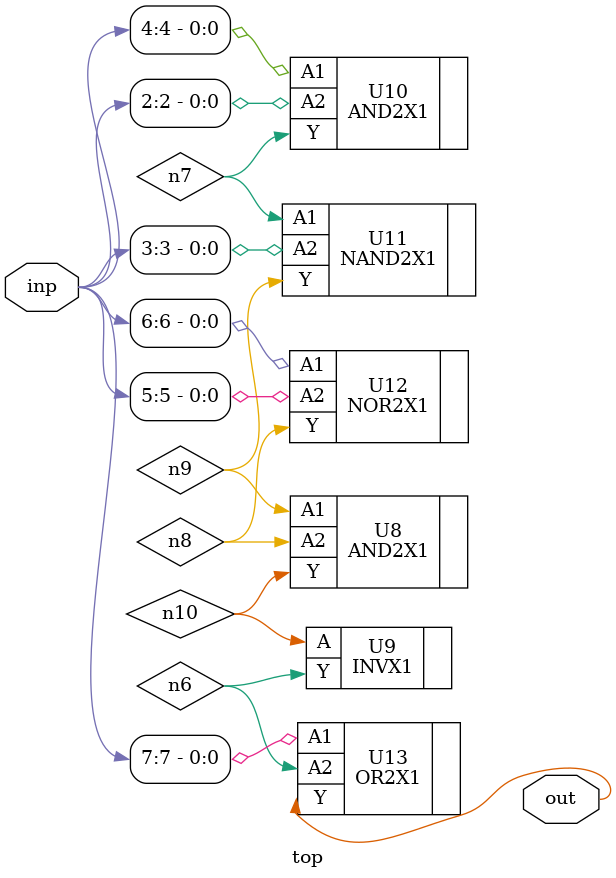
<source format=sv>


module top ( inp, out );
  input [7:0] inp;
  output out;
  wire   n6, n7, n8, n9, n10;

  AND2X1 U8 ( .A1(n9), .A2(n8), .Y(n10) );
  INVX1 U9 ( .A(n10), .Y(n6) );
  AND2X1 U10 ( .A1(inp[4]), .A2(inp[2]), .Y(n7) );
  NAND2X1 U11 ( .A1(n7), .A2(inp[3]), .Y(n9) );
  NOR2X1 U12 ( .A1(inp[6]), .A2(inp[5]), .Y(n8) );
  OR2X1 U13 ( .A1(inp[7]), .A2(n6), .Y(out) );
endmodule


</source>
